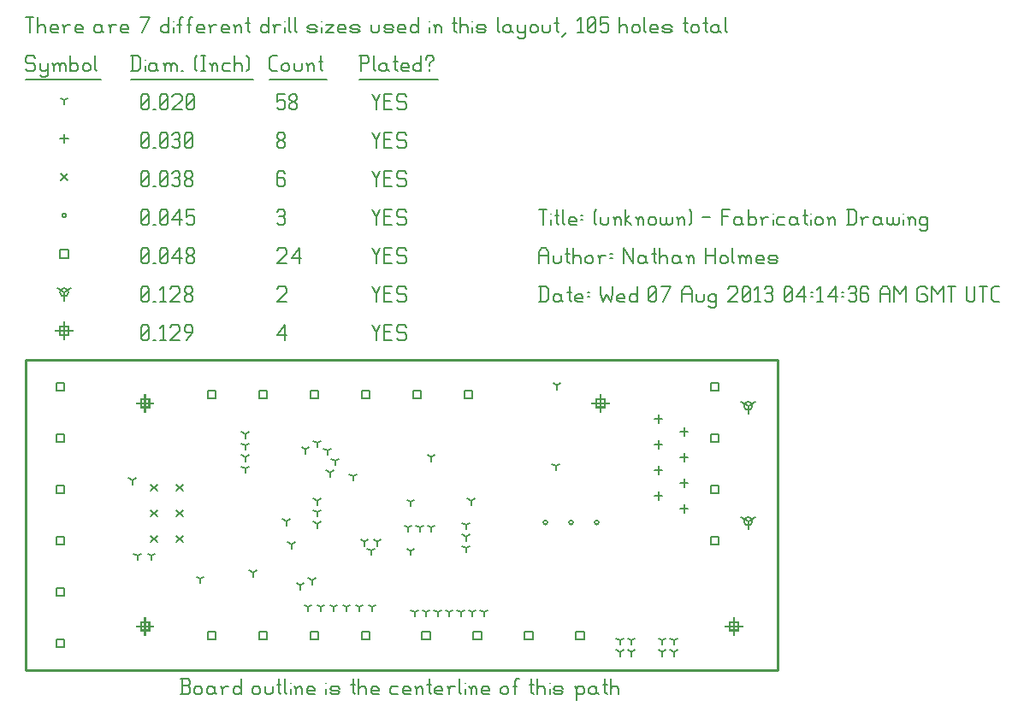
<source format=gbr>
G04 start of page 12 for group -3984 idx -3984 *
G04 Title: (unknown), fab *
G04 Creator: pcb 20110918 *
G04 CreationDate: Wed 07 Aug 2013 04:14:36 AM GMT UTC *
G04 For: ndholmes *
G04 Format: Gerber/RS-274X *
G04 PCB-Dimensions: 293000 121000 *
G04 PCB-Coordinate-Origin: lower left *
%MOIN*%
%FSLAX25Y25*%
%LNFAB*%
%ADD97C,0.0100*%
%ADD96C,0.0075*%
%ADD95C,0.0060*%
%ADD94R,0.0080X0.0080*%
G54D94*X46500Y107200D02*Y100800D01*
X43300Y104000D02*X49700D01*
X44900Y105600D02*X48100D01*
X44900D02*Y102400D01*
X48100D01*
Y105600D02*Y102400D01*
X46500Y20200D02*Y13800D01*
X43300Y17000D02*X49700D01*
X44900Y18600D02*X48100D01*
X44900D02*Y15400D01*
X48100D01*
Y18600D02*Y15400D01*
X276000Y20200D02*Y13800D01*
X272800Y17000D02*X279200D01*
X274400Y18600D02*X277600D01*
X274400D02*Y15400D01*
X277600D01*
Y18600D02*Y15400D01*
X224000Y107200D02*Y100800D01*
X220800Y104000D02*X227200D01*
X222400Y105600D02*X225600D01*
X222400D02*Y102400D01*
X225600D01*
Y105600D02*Y102400D01*
X15000Y135450D02*Y129050D01*
X11800Y132250D02*X18200D01*
X13400Y133850D02*X16600D01*
X13400D02*Y130650D01*
X16600D01*
Y133850D02*Y130650D01*
G54D95*X135000Y134500D02*X136500Y131500D01*
X138000Y134500D01*
X136500Y131500D02*Y128500D01*
X139800Y131800D02*X142050D01*
X139800Y128500D02*X142800D01*
X139800Y134500D02*Y128500D01*
Y134500D02*X142800D01*
X147600D02*X148350Y133750D01*
X145350Y134500D02*X147600D01*
X144600Y133750D02*X145350Y134500D01*
X144600Y133750D02*Y132250D01*
X145350Y131500D01*
X147600D01*
X148350Y130750D01*
Y129250D01*
X147600Y128500D02*X148350Y129250D01*
X145350Y128500D02*X147600D01*
X144600Y129250D02*X145350Y128500D01*
X98000Y130750D02*X101000Y134500D01*
X98000Y130750D02*X101750D01*
X101000Y134500D02*Y128500D01*
X45000Y129250D02*X45750Y128500D01*
X45000Y133750D02*Y129250D01*
Y133750D02*X45750Y134500D01*
X47250D01*
X48000Y133750D01*
Y129250D01*
X47250Y128500D02*X48000Y129250D01*
X45750Y128500D02*X47250D01*
X45000Y130000D02*X48000Y133000D01*
X49800Y128500D02*X50550D01*
X52350Y133300D02*X53550Y134500D01*
Y128500D01*
X52350D02*X54600D01*
X56400Y133750D02*X57150Y134500D01*
X59400D01*
X60150Y133750D01*
Y132250D01*
X56400Y128500D02*X60150Y132250D01*
X56400Y128500D02*X60150D01*
X62700D02*X64950Y131500D01*
Y133750D02*Y131500D01*
X64200Y134500D02*X64950Y133750D01*
X62700Y134500D02*X64200D01*
X61950Y133750D02*X62700Y134500D01*
X61950Y133750D02*Y132250D01*
X62700Y131500D01*
X64950D01*
X281500Y58000D02*Y54800D01*
Y58000D02*X284273Y59600D01*
X281500Y58000D02*X278727Y59600D01*
X279900Y58000D02*G75*G03X283100Y58000I1600J0D01*G01*
G75*G03X279900Y58000I-1600J0D01*G01*
X281500Y103000D02*Y99800D01*
Y103000D02*X284273Y104600D01*
X281500Y103000D02*X278727Y104600D01*
X279900Y103000D02*G75*G03X283100Y103000I1600J0D01*G01*
G75*G03X279900Y103000I-1600J0D01*G01*
X15000Y147250D02*Y144050D01*
Y147250D02*X17773Y148850D01*
X15000Y147250D02*X12227Y148850D01*
X13400Y147250D02*G75*G03X16600Y147250I1600J0D01*G01*
G75*G03X13400Y147250I-1600J0D01*G01*
X135000Y149500D02*X136500Y146500D01*
X138000Y149500D01*
X136500Y146500D02*Y143500D01*
X139800Y146800D02*X142050D01*
X139800Y143500D02*X142800D01*
X139800Y149500D02*Y143500D01*
Y149500D02*X142800D01*
X147600D02*X148350Y148750D01*
X145350Y149500D02*X147600D01*
X144600Y148750D02*X145350Y149500D01*
X144600Y148750D02*Y147250D01*
X145350Y146500D01*
X147600D01*
X148350Y145750D01*
Y144250D01*
X147600Y143500D02*X148350Y144250D01*
X145350Y143500D02*X147600D01*
X144600Y144250D02*X145350Y143500D01*
X98000Y148750D02*X98750Y149500D01*
X101000D01*
X101750Y148750D01*
Y147250D01*
X98000Y143500D02*X101750Y147250D01*
X98000Y143500D02*X101750D01*
X45000Y144250D02*X45750Y143500D01*
X45000Y148750D02*Y144250D01*
Y148750D02*X45750Y149500D01*
X47250D01*
X48000Y148750D01*
Y144250D01*
X47250Y143500D02*X48000Y144250D01*
X45750Y143500D02*X47250D01*
X45000Y145000D02*X48000Y148000D01*
X49800Y143500D02*X50550D01*
X52350Y148300D02*X53550Y149500D01*
Y143500D01*
X52350D02*X54600D01*
X56400Y148750D02*X57150Y149500D01*
X59400D01*
X60150Y148750D01*
Y147250D01*
X56400Y143500D02*X60150Y147250D01*
X56400Y143500D02*X60150D01*
X61950Y144250D02*X62700Y143500D01*
X61950Y145450D02*Y144250D01*
Y145450D02*X63000Y146500D01*
X63900D01*
X64950Y145450D01*
Y144250D01*
X64200Y143500D02*X64950Y144250D01*
X62700Y143500D02*X64200D01*
X61950Y147550D02*X63000Y146500D01*
X61950Y148750D02*Y147550D01*
Y148750D02*X62700Y149500D01*
X64200D01*
X64950Y148750D01*
Y147550D01*
X63900Y146500D02*X64950Y147550D01*
X11900Y72100D02*X15100D01*
X11900D02*Y68900D01*
X15100D01*
Y72100D02*Y68900D01*
X11900Y52100D02*X15100D01*
X11900D02*Y48900D01*
X15100D01*
Y52100D02*Y48900D01*
X11900Y112100D02*X15100D01*
X11900D02*Y108900D01*
X15100D01*
Y112100D02*Y108900D01*
X11900Y92100D02*X15100D01*
X11900D02*Y88900D01*
X15100D01*
Y92100D02*Y88900D01*
X11900Y32100D02*X15100D01*
X11900D02*Y28900D01*
X15100D01*
Y32100D02*Y28900D01*
X11900Y12100D02*X15100D01*
X11900D02*Y8900D01*
X15100D01*
Y12100D02*Y8900D01*
X110900Y15100D02*X114100D01*
X110900D02*Y11900D01*
X114100D01*
Y15100D02*Y11900D01*
X130900Y15100D02*X134100D01*
X130900D02*Y11900D01*
X134100D01*
Y15100D02*Y11900D01*
X170900Y109100D02*X174100D01*
X170900D02*Y105900D01*
X174100D01*
Y109100D02*Y105900D01*
X150900Y109100D02*X154100D01*
X150900D02*Y105900D01*
X154100D01*
Y109100D02*Y105900D01*
X130900Y109100D02*X134100D01*
X130900D02*Y105900D01*
X134100D01*
Y109100D02*Y105900D01*
X110900Y109100D02*X114100D01*
X110900D02*Y105900D01*
X114100D01*
Y109100D02*Y105900D01*
X90900Y109100D02*X94100D01*
X90900D02*Y105900D01*
X94100D01*
Y109100D02*Y105900D01*
X70900Y109100D02*X74100D01*
X70900D02*Y105900D01*
X74100D01*
Y109100D02*Y105900D01*
X194400Y15100D02*X197600D01*
X194400D02*Y11900D01*
X197600D01*
Y15100D02*Y11900D01*
X214400Y15100D02*X217600D01*
X214400D02*Y11900D01*
X217600D01*
Y15100D02*Y11900D01*
X154400Y15100D02*X157600D01*
X154400D02*Y11900D01*
X157600D01*
Y15100D02*Y11900D01*
X174400Y15100D02*X177600D01*
X174400D02*Y11900D01*
X177600D01*
Y15100D02*Y11900D01*
X266900Y52100D02*X270100D01*
X266900D02*Y48900D01*
X270100D01*
Y52100D02*Y48900D01*
X266900Y72100D02*X270100D01*
X266900D02*Y68900D01*
X270100D01*
Y72100D02*Y68900D01*
X266900Y92100D02*X270100D01*
X266900D02*Y88900D01*
X270100D01*
Y92100D02*Y88900D01*
X266900Y112100D02*X270100D01*
X266900D02*Y108900D01*
X270100D01*
Y112100D02*Y108900D01*
X70900Y15100D02*X74100D01*
X70900D02*Y11900D01*
X74100D01*
Y15100D02*Y11900D01*
X90900Y15100D02*X94100D01*
X90900D02*Y11900D01*
X94100D01*
Y15100D02*Y11900D01*
X13400Y163850D02*X16600D01*
X13400D02*Y160650D01*
X16600D01*
Y163850D02*Y160650D01*
X135000Y164500D02*X136500Y161500D01*
X138000Y164500D01*
X136500Y161500D02*Y158500D01*
X139800Y161800D02*X142050D01*
X139800Y158500D02*X142800D01*
X139800Y164500D02*Y158500D01*
Y164500D02*X142800D01*
X147600D02*X148350Y163750D01*
X145350Y164500D02*X147600D01*
X144600Y163750D02*X145350Y164500D01*
X144600Y163750D02*Y162250D01*
X145350Y161500D01*
X147600D01*
X148350Y160750D01*
Y159250D01*
X147600Y158500D02*X148350Y159250D01*
X145350Y158500D02*X147600D01*
X144600Y159250D02*X145350Y158500D01*
X98000Y163750D02*X98750Y164500D01*
X101000D01*
X101750Y163750D01*
Y162250D01*
X98000Y158500D02*X101750Y162250D01*
X98000Y158500D02*X101750D01*
X103550Y160750D02*X106550Y164500D01*
X103550Y160750D02*X107300D01*
X106550Y164500D02*Y158500D01*
X45000Y159250D02*X45750Y158500D01*
X45000Y163750D02*Y159250D01*
Y163750D02*X45750Y164500D01*
X47250D01*
X48000Y163750D01*
Y159250D01*
X47250Y158500D02*X48000Y159250D01*
X45750Y158500D02*X47250D01*
X45000Y160000D02*X48000Y163000D01*
X49800Y158500D02*X50550D01*
X52350Y159250D02*X53100Y158500D01*
X52350Y163750D02*Y159250D01*
Y163750D02*X53100Y164500D01*
X54600D01*
X55350Y163750D01*
Y159250D01*
X54600Y158500D02*X55350Y159250D01*
X53100Y158500D02*X54600D01*
X52350Y160000D02*X55350Y163000D01*
X57150Y160750D02*X60150Y164500D01*
X57150Y160750D02*X60900D01*
X60150Y164500D02*Y158500D01*
X62700Y159250D02*X63450Y158500D01*
X62700Y160450D02*Y159250D01*
Y160450D02*X63750Y161500D01*
X64650D01*
X65700Y160450D01*
Y159250D01*
X64950Y158500D02*X65700Y159250D01*
X63450Y158500D02*X64950D01*
X62700Y162550D02*X63750Y161500D01*
X62700Y163750D02*Y162550D01*
Y163750D02*X63450Y164500D01*
X64950D01*
X65700Y163750D01*
Y162550D01*
X64650Y161500D02*X65700Y162550D01*
X201700Y57500D02*G75*G03X203300Y57500I800J0D01*G01*
G75*G03X201700Y57500I-800J0D01*G01*
X211700D02*G75*G03X213300Y57500I800J0D01*G01*
G75*G03X211700Y57500I-800J0D01*G01*
X221700D02*G75*G03X223300Y57500I800J0D01*G01*
G75*G03X221700Y57500I-800J0D01*G01*
X14200Y177250D02*G75*G03X15800Y177250I800J0D01*G01*
G75*G03X14200Y177250I-800J0D01*G01*
X135000Y179500D02*X136500Y176500D01*
X138000Y179500D01*
X136500Y176500D02*Y173500D01*
X139800Y176800D02*X142050D01*
X139800Y173500D02*X142800D01*
X139800Y179500D02*Y173500D01*
Y179500D02*X142800D01*
X147600D02*X148350Y178750D01*
X145350Y179500D02*X147600D01*
X144600Y178750D02*X145350Y179500D01*
X144600Y178750D02*Y177250D01*
X145350Y176500D01*
X147600D01*
X148350Y175750D01*
Y174250D01*
X147600Y173500D02*X148350Y174250D01*
X145350Y173500D02*X147600D01*
X144600Y174250D02*X145350Y173500D01*
X98000Y178750D02*X98750Y179500D01*
X100250D01*
X101000Y178750D01*
X100250Y173500D02*X101000Y174250D01*
X98750Y173500D02*X100250D01*
X98000Y174250D02*X98750Y173500D01*
Y176800D02*X100250D01*
X101000Y178750D02*Y177550D01*
Y176050D02*Y174250D01*
Y176050D02*X100250Y176800D01*
X101000Y177550D02*X100250Y176800D01*
X45000Y174250D02*X45750Y173500D01*
X45000Y178750D02*Y174250D01*
Y178750D02*X45750Y179500D01*
X47250D01*
X48000Y178750D01*
Y174250D01*
X47250Y173500D02*X48000Y174250D01*
X45750Y173500D02*X47250D01*
X45000Y175000D02*X48000Y178000D01*
X49800Y173500D02*X50550D01*
X52350Y174250D02*X53100Y173500D01*
X52350Y178750D02*Y174250D01*
Y178750D02*X53100Y179500D01*
X54600D01*
X55350Y178750D01*
Y174250D01*
X54600Y173500D02*X55350Y174250D01*
X53100Y173500D02*X54600D01*
X52350Y175000D02*X55350Y178000D01*
X57150Y175750D02*X60150Y179500D01*
X57150Y175750D02*X60900D01*
X60150Y179500D02*Y173500D01*
X62700Y179500D02*X65700D01*
X62700D02*Y176500D01*
X63450Y177250D01*
X64950D01*
X65700Y176500D01*
Y174250D01*
X64950Y173500D02*X65700Y174250D01*
X63450Y173500D02*X64950D01*
X62700Y174250D02*X63450Y173500D01*
X48800Y72200D02*X51200Y69800D01*
X48800D02*X51200Y72200D01*
X48800Y62200D02*X51200Y59800D01*
X48800D02*X51200Y62200D01*
X48800Y52200D02*X51200Y49800D01*
X48800D02*X51200Y52200D01*
X58800Y72200D02*X61200Y69800D01*
X58800D02*X61200Y72200D01*
X58800Y62200D02*X61200Y59800D01*
X58800D02*X61200Y62200D01*
X58800Y52200D02*X61200Y49800D01*
X58800D02*X61200Y52200D01*
X13800Y193450D02*X16200Y191050D01*
X13800D02*X16200Y193450D01*
X135000Y194500D02*X136500Y191500D01*
X138000Y194500D01*
X136500Y191500D02*Y188500D01*
X139800Y191800D02*X142050D01*
X139800Y188500D02*X142800D01*
X139800Y194500D02*Y188500D01*
Y194500D02*X142800D01*
X147600D02*X148350Y193750D01*
X145350Y194500D02*X147600D01*
X144600Y193750D02*X145350Y194500D01*
X144600Y193750D02*Y192250D01*
X145350Y191500D01*
X147600D01*
X148350Y190750D01*
Y189250D01*
X147600Y188500D02*X148350Y189250D01*
X145350Y188500D02*X147600D01*
X144600Y189250D02*X145350Y188500D01*
X100250Y194500D02*X101000Y193750D01*
X98750Y194500D02*X100250D01*
X98000Y193750D02*X98750Y194500D01*
X98000Y193750D02*Y189250D01*
X98750Y188500D01*
X100250Y191800D02*X101000Y191050D01*
X98000Y191800D02*X100250D01*
X98750Y188500D02*X100250D01*
X101000Y189250D01*
Y191050D02*Y189250D01*
X45000D02*X45750Y188500D01*
X45000Y193750D02*Y189250D01*
Y193750D02*X45750Y194500D01*
X47250D01*
X48000Y193750D01*
Y189250D01*
X47250Y188500D02*X48000Y189250D01*
X45750Y188500D02*X47250D01*
X45000Y190000D02*X48000Y193000D01*
X49800Y188500D02*X50550D01*
X52350Y189250D02*X53100Y188500D01*
X52350Y193750D02*Y189250D01*
Y193750D02*X53100Y194500D01*
X54600D01*
X55350Y193750D01*
Y189250D01*
X54600Y188500D02*X55350Y189250D01*
X53100Y188500D02*X54600D01*
X52350Y190000D02*X55350Y193000D01*
X57150Y193750D02*X57900Y194500D01*
X59400D01*
X60150Y193750D01*
X59400Y188500D02*X60150Y189250D01*
X57900Y188500D02*X59400D01*
X57150Y189250D02*X57900Y188500D01*
Y191800D02*X59400D01*
X60150Y193750D02*Y192550D01*
Y191050D02*Y189250D01*
Y191050D02*X59400Y191800D01*
X60150Y192550D02*X59400Y191800D01*
X61950Y189250D02*X62700Y188500D01*
X61950Y190450D02*Y189250D01*
Y190450D02*X63000Y191500D01*
X63900D01*
X64950Y190450D01*
Y189250D01*
X64200Y188500D02*X64950Y189250D01*
X62700Y188500D02*X64200D01*
X61950Y192550D02*X63000Y191500D01*
X61950Y193750D02*Y192550D01*
Y193750D02*X62700Y194500D01*
X64200D01*
X64950Y193750D01*
Y192550D01*
X63900Y191500D02*X64950Y192550D01*
X256500Y64600D02*Y61400D01*
X254900Y63000D02*X258100D01*
X246500Y69600D02*Y66400D01*
X244900Y68000D02*X248100D01*
X256500Y74600D02*Y71400D01*
X254900Y73000D02*X258100D01*
X246500Y79600D02*Y76400D01*
X244900Y78000D02*X248100D01*
X256500Y84600D02*Y81400D01*
X254900Y83000D02*X258100D01*
X246500Y89600D02*Y86400D01*
X244900Y88000D02*X248100D01*
X256500Y94600D02*Y91400D01*
X254900Y93000D02*X258100D01*
X246500Y99600D02*Y96400D01*
X244900Y98000D02*X248100D01*
X15000Y208850D02*Y205650D01*
X13400Y207250D02*X16600D01*
X135000Y209500D02*X136500Y206500D01*
X138000Y209500D01*
X136500Y206500D02*Y203500D01*
X139800Y206800D02*X142050D01*
X139800Y203500D02*X142800D01*
X139800Y209500D02*Y203500D01*
Y209500D02*X142800D01*
X147600D02*X148350Y208750D01*
X145350Y209500D02*X147600D01*
X144600Y208750D02*X145350Y209500D01*
X144600Y208750D02*Y207250D01*
X145350Y206500D01*
X147600D01*
X148350Y205750D01*
Y204250D01*
X147600Y203500D02*X148350Y204250D01*
X145350Y203500D02*X147600D01*
X144600Y204250D02*X145350Y203500D01*
X98000Y204250D02*X98750Y203500D01*
X98000Y205450D02*Y204250D01*
Y205450D02*X99050Y206500D01*
X99950D01*
X101000Y205450D01*
Y204250D01*
X100250Y203500D02*X101000Y204250D01*
X98750Y203500D02*X100250D01*
X98000Y207550D02*X99050Y206500D01*
X98000Y208750D02*Y207550D01*
Y208750D02*X98750Y209500D01*
X100250D01*
X101000Y208750D01*
Y207550D01*
X99950Y206500D02*X101000Y207550D01*
X45000Y204250D02*X45750Y203500D01*
X45000Y208750D02*Y204250D01*
Y208750D02*X45750Y209500D01*
X47250D01*
X48000Y208750D01*
Y204250D01*
X47250Y203500D02*X48000Y204250D01*
X45750Y203500D02*X47250D01*
X45000Y205000D02*X48000Y208000D01*
X49800Y203500D02*X50550D01*
X52350Y204250D02*X53100Y203500D01*
X52350Y208750D02*Y204250D01*
Y208750D02*X53100Y209500D01*
X54600D01*
X55350Y208750D01*
Y204250D01*
X54600Y203500D02*X55350Y204250D01*
X53100Y203500D02*X54600D01*
X52350Y205000D02*X55350Y208000D01*
X57150Y208750D02*X57900Y209500D01*
X59400D01*
X60150Y208750D01*
X59400Y203500D02*X60150Y204250D01*
X57900Y203500D02*X59400D01*
X57150Y204250D02*X57900Y203500D01*
Y206800D02*X59400D01*
X60150Y208750D02*Y207550D01*
Y206050D02*Y204250D01*
Y206050D02*X59400Y206800D01*
X60150Y207550D02*X59400Y206800D01*
X61950Y204250D02*X62700Y203500D01*
X61950Y208750D02*Y204250D01*
Y208750D02*X62700Y209500D01*
X64200D01*
X64950Y208750D01*
Y204250D01*
X64200Y203500D02*X64950Y204250D01*
X62700Y203500D02*X64200D01*
X61950Y205000D02*X64950Y208000D01*
X150000Y46394D02*Y44794D01*
Y46394D02*X151387Y47194D01*
X150000Y46394D02*X148613Y47194D01*
X150000Y65606D02*Y64006D01*
Y65606D02*X151387Y66406D01*
X150000Y65606D02*X148613Y66406D01*
X252500Y11500D02*Y9900D01*
Y11500D02*X253887Y12300D01*
X252500Y11500D02*X251113Y12300D01*
X252500Y7000D02*Y5400D01*
Y7000D02*X253887Y7800D01*
X252500Y7000D02*X251113Y7800D01*
X248000Y11500D02*Y9900D01*
Y11500D02*X249387Y12300D01*
X248000Y11500D02*X246613Y12300D01*
X248000Y7000D02*Y5400D01*
Y7000D02*X249387Y7800D01*
X248000Y7000D02*X246613Y7800D01*
X236000Y11500D02*Y9900D01*
Y11500D02*X237387Y12300D01*
X236000Y11500D02*X234613Y12300D01*
X236000Y7000D02*Y5400D01*
Y7000D02*X237387Y7800D01*
X236000Y7000D02*X234613Y7800D01*
X231500Y11500D02*Y9900D01*
Y11500D02*X232887Y12300D01*
X231500Y11500D02*X230113Y12300D01*
X231500Y7000D02*Y5400D01*
Y7000D02*X232887Y7800D01*
X231500Y7000D02*X230113Y7800D01*
X206500Y79500D02*Y77900D01*
Y79500D02*X207887Y80300D01*
X206500Y79500D02*X205113Y80300D01*
X207000Y111000D02*Y109400D01*
Y111000D02*X208387Y111800D01*
X207000Y111000D02*X205613Y111800D01*
X171500Y56500D02*Y54900D01*
Y56500D02*X172887Y57300D01*
X171500Y56500D02*X170113Y57300D01*
X171500Y52000D02*Y50400D01*
Y52000D02*X172887Y52800D01*
X171500Y52000D02*X170113Y52800D01*
X171500Y47500D02*Y45900D01*
Y47500D02*X172887Y48300D01*
X171500Y47500D02*X170113Y48300D01*
X149000Y55500D02*Y53900D01*
Y55500D02*X150387Y56300D01*
X149000Y55500D02*X147613Y56300D01*
X153500Y55500D02*Y53900D01*
Y55500D02*X154887Y56300D01*
X153500Y55500D02*X152113Y56300D01*
X158000Y55500D02*Y53900D01*
Y55500D02*X159387Y56300D01*
X158000Y55500D02*X156613Y56300D01*
X132000Y50000D02*Y48400D01*
Y50000D02*X133387Y50800D01*
X132000Y50000D02*X130613Y50800D01*
X151500Y22500D02*Y20900D01*
Y22500D02*X152887Y23300D01*
X151500Y22500D02*X150113Y23300D01*
X156000Y22500D02*Y20900D01*
Y22500D02*X157387Y23300D01*
X156000Y22500D02*X154613Y23300D01*
X160500Y22500D02*Y20900D01*
Y22500D02*X161887Y23300D01*
X160500Y22500D02*X159113Y23300D01*
X165000Y22500D02*Y20900D01*
Y22500D02*X166387Y23300D01*
X165000Y22500D02*X163613Y23300D01*
X169500Y22500D02*Y20900D01*
Y22500D02*X170887Y23300D01*
X169500Y22500D02*X168113Y23300D01*
X174000Y22500D02*Y20900D01*
Y22500D02*X175387Y23300D01*
X174000Y22500D02*X172613Y23300D01*
X178500Y22500D02*Y20900D01*
Y22500D02*X179887Y23300D01*
X178500Y22500D02*X177113Y23300D01*
X120500Y81500D02*Y79900D01*
Y81500D02*X121887Y82300D01*
X120500Y81500D02*X119113Y82300D01*
X68000Y35500D02*Y33900D01*
Y35500D02*X69387Y36300D01*
X68000Y35500D02*X66613Y36300D01*
X85500Y78500D02*Y76900D01*
Y78500D02*X86887Y79300D01*
X85500Y78500D02*X84113Y79300D01*
X85500Y83000D02*Y81400D01*
Y83000D02*X86887Y83800D01*
X85500Y83000D02*X84113Y83800D01*
X85500Y87500D02*Y85900D01*
Y87500D02*X86887Y88300D01*
X85500Y87500D02*X84113Y88300D01*
X85500Y92000D02*Y90400D01*
Y92000D02*X86887Y92800D01*
X85500Y92000D02*X84113Y92800D01*
X41500Y74000D02*Y72400D01*
Y74000D02*X42887Y74800D01*
X41500Y74000D02*X40113Y74800D01*
X137000Y50000D02*Y48400D01*
Y50000D02*X138387Y50800D01*
X137000Y50000D02*X135613Y50800D01*
X134500Y46500D02*Y44900D01*
Y46500D02*X135887Y47300D01*
X134500Y46500D02*X133113Y47300D01*
X110000Y24500D02*Y22900D01*
Y24500D02*X111387Y25300D01*
X110000Y24500D02*X108613Y25300D01*
X115000Y24500D02*Y22900D01*
Y24500D02*X116387Y25300D01*
X115000Y24500D02*X113613Y25300D01*
X120000Y24500D02*Y22900D01*
Y24500D02*X121387Y25300D01*
X120000Y24500D02*X118613Y25300D01*
X125000Y24500D02*Y22900D01*
Y24500D02*X126387Y25300D01*
X125000Y24500D02*X123613Y25300D01*
X130000Y24500D02*Y22900D01*
Y24500D02*X131387Y25300D01*
X130000Y24500D02*X128613Y25300D01*
X135000Y24500D02*Y22900D01*
Y24500D02*X136387Y25300D01*
X135000Y24500D02*X133613Y25300D01*
X158000Y83000D02*Y81400D01*
Y83000D02*X159387Y83800D01*
X158000Y83000D02*X156613Y83800D01*
X173500Y66000D02*Y64400D01*
Y66000D02*X174887Y66800D01*
X173500Y66000D02*X172113Y66800D01*
X117500Y85500D02*Y83900D01*
Y85500D02*X118887Y86300D01*
X117500Y85500D02*X116113Y86300D01*
X109000Y86000D02*Y84400D01*
Y86000D02*X110387Y86800D01*
X109000Y86000D02*X107613Y86800D01*
X113500Y88500D02*Y86900D01*
Y88500D02*X114887Y89300D01*
X113500Y88500D02*X112113Y89300D01*
X43500Y44500D02*Y42900D01*
Y44500D02*X44887Y45300D01*
X43500Y44500D02*X42113Y45300D01*
X49000Y44500D02*Y42900D01*
Y44500D02*X50387Y45300D01*
X49000Y44500D02*X47613Y45300D01*
X88500Y38000D02*Y36400D01*
Y38000D02*X89887Y38800D01*
X88500Y38000D02*X87113Y38800D01*
X118500Y77000D02*Y75400D01*
Y77000D02*X119887Y77800D01*
X118500Y77000D02*X117113Y77800D01*
X111500Y35000D02*Y33400D01*
Y35000D02*X112887Y35800D01*
X111500Y35000D02*X110113Y35800D01*
X107000Y33000D02*Y31400D01*
Y33000D02*X108387Y33800D01*
X107000Y33000D02*X105613Y33800D01*
X103500Y49000D02*Y47400D01*
Y49000D02*X104887Y49800D01*
X103500Y49000D02*X102113Y49800D01*
X127500Y75500D02*Y73900D01*
Y75500D02*X128887Y76300D01*
X127500Y75500D02*X126113Y76300D01*
X113500Y66000D02*Y64400D01*
Y66000D02*X114887Y66800D01*
X113500Y66000D02*X112113Y66800D01*
X113500Y61500D02*Y59900D01*
Y61500D02*X114887Y62300D01*
X113500Y61500D02*X112113Y62300D01*
X113500Y57000D02*Y55400D01*
Y57000D02*X114887Y57800D01*
X113500Y57000D02*X112113Y57800D01*
X101500Y58000D02*Y56400D01*
Y58000D02*X102887Y58800D01*
X101500Y58000D02*X100113Y58800D01*
X15000Y222250D02*Y220650D01*
Y222250D02*X16387Y223050D01*
X15000Y222250D02*X13613Y223050D01*
X135000Y224500D02*X136500Y221500D01*
X138000Y224500D01*
X136500Y221500D02*Y218500D01*
X139800Y221800D02*X142050D01*
X139800Y218500D02*X142800D01*
X139800Y224500D02*Y218500D01*
Y224500D02*X142800D01*
X147600D02*X148350Y223750D01*
X145350Y224500D02*X147600D01*
X144600Y223750D02*X145350Y224500D01*
X144600Y223750D02*Y222250D01*
X145350Y221500D01*
X147600D01*
X148350Y220750D01*
Y219250D01*
X147600Y218500D02*X148350Y219250D01*
X145350Y218500D02*X147600D01*
X144600Y219250D02*X145350Y218500D01*
X98000Y224500D02*X101000D01*
X98000D02*Y221500D01*
X98750Y222250D01*
X100250D01*
X101000Y221500D01*
Y219250D01*
X100250Y218500D02*X101000Y219250D01*
X98750Y218500D02*X100250D01*
X98000Y219250D02*X98750Y218500D01*
X102800Y219250D02*X103550Y218500D01*
X102800Y220450D02*Y219250D01*
Y220450D02*X103850Y221500D01*
X104750D01*
X105800Y220450D01*
Y219250D01*
X105050Y218500D02*X105800Y219250D01*
X103550Y218500D02*X105050D01*
X102800Y222550D02*X103850Y221500D01*
X102800Y223750D02*Y222550D01*
Y223750D02*X103550Y224500D01*
X105050D01*
X105800Y223750D01*
Y222550D01*
X104750Y221500D02*X105800Y222550D01*
X45000Y219250D02*X45750Y218500D01*
X45000Y223750D02*Y219250D01*
Y223750D02*X45750Y224500D01*
X47250D01*
X48000Y223750D01*
Y219250D01*
X47250Y218500D02*X48000Y219250D01*
X45750Y218500D02*X47250D01*
X45000Y220000D02*X48000Y223000D01*
X49800Y218500D02*X50550D01*
X52350Y219250D02*X53100Y218500D01*
X52350Y223750D02*Y219250D01*
Y223750D02*X53100Y224500D01*
X54600D01*
X55350Y223750D01*
Y219250D01*
X54600Y218500D02*X55350Y219250D01*
X53100Y218500D02*X54600D01*
X52350Y220000D02*X55350Y223000D01*
X57150Y223750D02*X57900Y224500D01*
X60150D01*
X60900Y223750D01*
Y222250D01*
X57150Y218500D02*X60900Y222250D01*
X57150Y218500D02*X60900D01*
X62700Y219250D02*X63450Y218500D01*
X62700Y223750D02*Y219250D01*
Y223750D02*X63450Y224500D01*
X64950D01*
X65700Y223750D01*
Y219250D01*
X64950Y218500D02*X65700Y219250D01*
X63450Y218500D02*X64950D01*
X62700Y220000D02*X65700Y223000D01*
X3000Y239500D02*X3750Y238750D01*
X750Y239500D02*X3000D01*
X0Y238750D02*X750Y239500D01*
X0Y238750D02*Y237250D01*
X750Y236500D01*
X3000D01*
X3750Y235750D01*
Y234250D01*
X3000Y233500D02*X3750Y234250D01*
X750Y233500D02*X3000D01*
X0Y234250D02*X750Y233500D01*
X5550Y236500D02*Y234250D01*
X6300Y233500D01*
X8550Y236500D02*Y232000D01*
X7800Y231250D02*X8550Y232000D01*
X6300Y231250D02*X7800D01*
X5550Y232000D02*X6300Y231250D01*
Y233500D02*X7800D01*
X8550Y234250D01*
X11100Y235750D02*Y233500D01*
Y235750D02*X11850Y236500D01*
X12600D01*
X13350Y235750D01*
Y233500D01*
Y235750D02*X14100Y236500D01*
X14850D01*
X15600Y235750D01*
Y233500D01*
X10350Y236500D02*X11100Y235750D01*
X17400Y239500D02*Y233500D01*
Y234250D02*X18150Y233500D01*
X19650D01*
X20400Y234250D01*
Y235750D02*Y234250D01*
X19650Y236500D02*X20400Y235750D01*
X18150Y236500D02*X19650D01*
X17400Y235750D02*X18150Y236500D01*
X22200Y235750D02*Y234250D01*
Y235750D02*X22950Y236500D01*
X24450D01*
X25200Y235750D01*
Y234250D01*
X24450Y233500D02*X25200Y234250D01*
X22950Y233500D02*X24450D01*
X22200Y234250D02*X22950Y233500D01*
X27000Y239500D02*Y234250D01*
X27750Y233500D01*
X0Y230250D02*X29250D01*
X41750Y239500D02*Y233500D01*
X43700Y239500D02*X44750Y238450D01*
Y234550D01*
X43700Y233500D02*X44750Y234550D01*
X41000Y233500D02*X43700D01*
X41000Y239500D02*X43700D01*
G54D96*X46550Y238000D02*Y237850D01*
G54D95*Y235750D02*Y233500D01*
X50300Y236500D02*X51050Y235750D01*
X48800Y236500D02*X50300D01*
X48050Y235750D02*X48800Y236500D01*
X48050Y235750D02*Y234250D01*
X48800Y233500D01*
X51050Y236500D02*Y234250D01*
X51800Y233500D01*
X48800D02*X50300D01*
X51050Y234250D01*
X54350Y235750D02*Y233500D01*
Y235750D02*X55100Y236500D01*
X55850D01*
X56600Y235750D01*
Y233500D01*
Y235750D02*X57350Y236500D01*
X58100D01*
X58850Y235750D01*
Y233500D01*
X53600Y236500D02*X54350Y235750D01*
X60650Y233500D02*X61400D01*
X65900Y234250D02*X66650Y233500D01*
X65900Y238750D02*X66650Y239500D01*
X65900Y238750D02*Y234250D01*
X68450Y239500D02*X69950D01*
X69200D02*Y233500D01*
X68450D02*X69950D01*
X72500Y235750D02*Y233500D01*
Y235750D02*X73250Y236500D01*
X74000D01*
X74750Y235750D01*
Y233500D01*
X71750Y236500D02*X72500Y235750D01*
X77300Y236500D02*X79550D01*
X76550Y235750D02*X77300Y236500D01*
X76550Y235750D02*Y234250D01*
X77300Y233500D01*
X79550D01*
X81350Y239500D02*Y233500D01*
Y235750D02*X82100Y236500D01*
X83600D01*
X84350Y235750D01*
Y233500D01*
X86150Y239500D02*X86900Y238750D01*
Y234250D01*
X86150Y233500D02*X86900Y234250D01*
X41000Y230250D02*X88700D01*
X96050Y233500D02*X98000D01*
X95000Y234550D02*X96050Y233500D01*
X95000Y238450D02*Y234550D01*
Y238450D02*X96050Y239500D01*
X98000D01*
X99800Y235750D02*Y234250D01*
Y235750D02*X100550Y236500D01*
X102050D01*
X102800Y235750D01*
Y234250D01*
X102050Y233500D02*X102800Y234250D01*
X100550Y233500D02*X102050D01*
X99800Y234250D02*X100550Y233500D01*
X104600Y236500D02*Y234250D01*
X105350Y233500D01*
X106850D01*
X107600Y234250D01*
Y236500D02*Y234250D01*
X110150Y235750D02*Y233500D01*
Y235750D02*X110900Y236500D01*
X111650D01*
X112400Y235750D01*
Y233500D01*
X109400Y236500D02*X110150Y235750D01*
X114950Y239500D02*Y234250D01*
X115700Y233500D01*
X114200Y237250D02*X115700D01*
X95000Y230250D02*X117200D01*
X130750Y239500D02*Y233500D01*
X130000Y239500D02*X133000D01*
X133750Y238750D01*
Y237250D01*
X133000Y236500D02*X133750Y237250D01*
X130750Y236500D02*X133000D01*
X135550Y239500D02*Y234250D01*
X136300Y233500D01*
X140050Y236500D02*X140800Y235750D01*
X138550Y236500D02*X140050D01*
X137800Y235750D02*X138550Y236500D01*
X137800Y235750D02*Y234250D01*
X138550Y233500D01*
X140800Y236500D02*Y234250D01*
X141550Y233500D01*
X138550D02*X140050D01*
X140800Y234250D01*
X144100Y239500D02*Y234250D01*
X144850Y233500D01*
X143350Y237250D02*X144850D01*
X147100Y233500D02*X149350D01*
X146350Y234250D02*X147100Y233500D01*
X146350Y235750D02*Y234250D01*
Y235750D02*X147100Y236500D01*
X148600D01*
X149350Y235750D01*
X146350Y235000D02*X149350D01*
Y235750D02*Y235000D01*
X154150Y239500D02*Y233500D01*
X153400D02*X154150Y234250D01*
X151900Y233500D02*X153400D01*
X151150Y234250D02*X151900Y233500D01*
X151150Y235750D02*Y234250D01*
Y235750D02*X151900Y236500D01*
X153400D01*
X154150Y235750D01*
X157450Y236500D02*Y235750D01*
Y234250D02*Y233500D01*
X155950Y238750D02*Y238000D01*
Y238750D02*X156700Y239500D01*
X158200D01*
X158950Y238750D01*
Y238000D01*
X157450Y236500D02*X158950Y238000D01*
X130000Y230250D02*X160750D01*
X0Y254500D02*X3000D01*
X1500D02*Y248500D01*
X4800Y254500D02*Y248500D01*
Y250750D02*X5550Y251500D01*
X7050D01*
X7800Y250750D01*
Y248500D01*
X10350D02*X12600D01*
X9600Y249250D02*X10350Y248500D01*
X9600Y250750D02*Y249250D01*
Y250750D02*X10350Y251500D01*
X11850D01*
X12600Y250750D01*
X9600Y250000D02*X12600D01*
Y250750D02*Y250000D01*
X15150Y250750D02*Y248500D01*
Y250750D02*X15900Y251500D01*
X17400D01*
X14400D02*X15150Y250750D01*
X19950Y248500D02*X22200D01*
X19200Y249250D02*X19950Y248500D01*
X19200Y250750D02*Y249250D01*
Y250750D02*X19950Y251500D01*
X21450D01*
X22200Y250750D01*
X19200Y250000D02*X22200D01*
Y250750D02*Y250000D01*
X28950Y251500D02*X29700Y250750D01*
X27450Y251500D02*X28950D01*
X26700Y250750D02*X27450Y251500D01*
X26700Y250750D02*Y249250D01*
X27450Y248500D01*
X29700Y251500D02*Y249250D01*
X30450Y248500D01*
X27450D02*X28950D01*
X29700Y249250D01*
X33000Y250750D02*Y248500D01*
Y250750D02*X33750Y251500D01*
X35250D01*
X32250D02*X33000Y250750D01*
X37800Y248500D02*X40050D01*
X37050Y249250D02*X37800Y248500D01*
X37050Y250750D02*Y249250D01*
Y250750D02*X37800Y251500D01*
X39300D01*
X40050Y250750D01*
X37050Y250000D02*X40050D01*
Y250750D02*Y250000D01*
X45300Y248500D02*X48300Y254500D01*
X44550D02*X48300D01*
X55800D02*Y248500D01*
X55050D02*X55800Y249250D01*
X53550Y248500D02*X55050D01*
X52800Y249250D02*X53550Y248500D01*
X52800Y250750D02*Y249250D01*
Y250750D02*X53550Y251500D01*
X55050D01*
X55800Y250750D01*
G54D96*X57600Y253000D02*Y252850D01*
G54D95*Y250750D02*Y248500D01*
X59850Y253750D02*Y248500D01*
Y253750D02*X60600Y254500D01*
X61350D01*
X59100Y251500D02*X60600D01*
X63600Y253750D02*Y248500D01*
Y253750D02*X64350Y254500D01*
X65100D01*
X62850Y251500D02*X64350D01*
X67350Y248500D02*X69600D01*
X66600Y249250D02*X67350Y248500D01*
X66600Y250750D02*Y249250D01*
Y250750D02*X67350Y251500D01*
X68850D01*
X69600Y250750D01*
X66600Y250000D02*X69600D01*
Y250750D02*Y250000D01*
X72150Y250750D02*Y248500D01*
Y250750D02*X72900Y251500D01*
X74400D01*
X71400D02*X72150Y250750D01*
X76950Y248500D02*X79200D01*
X76200Y249250D02*X76950Y248500D01*
X76200Y250750D02*Y249250D01*
Y250750D02*X76950Y251500D01*
X78450D01*
X79200Y250750D01*
X76200Y250000D02*X79200D01*
Y250750D02*Y250000D01*
X81750Y250750D02*Y248500D01*
Y250750D02*X82500Y251500D01*
X83250D01*
X84000Y250750D01*
Y248500D01*
X81000Y251500D02*X81750Y250750D01*
X86550Y254500D02*Y249250D01*
X87300Y248500D01*
X85800Y252250D02*X87300D01*
X94500Y254500D02*Y248500D01*
X93750D02*X94500Y249250D01*
X92250Y248500D02*X93750D01*
X91500Y249250D02*X92250Y248500D01*
X91500Y250750D02*Y249250D01*
Y250750D02*X92250Y251500D01*
X93750D01*
X94500Y250750D01*
X97050D02*Y248500D01*
Y250750D02*X97800Y251500D01*
X99300D01*
X96300D02*X97050Y250750D01*
G54D96*X101100Y253000D02*Y252850D01*
G54D95*Y250750D02*Y248500D01*
X102600Y254500D02*Y249250D01*
X103350Y248500D01*
X104850Y254500D02*Y249250D01*
X105600Y248500D01*
X110550D02*X112800D01*
X113550Y249250D01*
X112800Y250000D02*X113550Y249250D01*
X110550Y250000D02*X112800D01*
X109800Y250750D02*X110550Y250000D01*
X109800Y250750D02*X110550Y251500D01*
X112800D01*
X113550Y250750D01*
X109800Y249250D02*X110550Y248500D01*
G54D96*X115350Y253000D02*Y252850D01*
G54D95*Y250750D02*Y248500D01*
X116850Y251500D02*X119850D01*
X116850Y248500D02*X119850Y251500D01*
X116850Y248500D02*X119850D01*
X122400D02*X124650D01*
X121650Y249250D02*X122400Y248500D01*
X121650Y250750D02*Y249250D01*
Y250750D02*X122400Y251500D01*
X123900D01*
X124650Y250750D01*
X121650Y250000D02*X124650D01*
Y250750D02*Y250000D01*
X127200Y248500D02*X129450D01*
X130200Y249250D01*
X129450Y250000D02*X130200Y249250D01*
X127200Y250000D02*X129450D01*
X126450Y250750D02*X127200Y250000D01*
X126450Y250750D02*X127200Y251500D01*
X129450D01*
X130200Y250750D01*
X126450Y249250D02*X127200Y248500D01*
X134700Y251500D02*Y249250D01*
X135450Y248500D01*
X136950D01*
X137700Y249250D01*
Y251500D02*Y249250D01*
X140250Y248500D02*X142500D01*
X143250Y249250D01*
X142500Y250000D02*X143250Y249250D01*
X140250Y250000D02*X142500D01*
X139500Y250750D02*X140250Y250000D01*
X139500Y250750D02*X140250Y251500D01*
X142500D01*
X143250Y250750D01*
X139500Y249250D02*X140250Y248500D01*
X145800D02*X148050D01*
X145050Y249250D02*X145800Y248500D01*
X145050Y250750D02*Y249250D01*
Y250750D02*X145800Y251500D01*
X147300D01*
X148050Y250750D01*
X145050Y250000D02*X148050D01*
Y250750D02*Y250000D01*
X152850Y254500D02*Y248500D01*
X152100D02*X152850Y249250D01*
X150600Y248500D02*X152100D01*
X149850Y249250D02*X150600Y248500D01*
X149850Y250750D02*Y249250D01*
Y250750D02*X150600Y251500D01*
X152100D01*
X152850Y250750D01*
G54D96*X157350Y253000D02*Y252850D01*
G54D95*Y250750D02*Y248500D01*
X159600Y250750D02*Y248500D01*
Y250750D02*X160350Y251500D01*
X161100D01*
X161850Y250750D01*
Y248500D01*
X158850Y251500D02*X159600Y250750D01*
X167100Y254500D02*Y249250D01*
X167850Y248500D01*
X166350Y252250D02*X167850D01*
X169350Y254500D02*Y248500D01*
Y250750D02*X170100Y251500D01*
X171600D01*
X172350Y250750D01*
Y248500D01*
G54D96*X174150Y253000D02*Y252850D01*
G54D95*Y250750D02*Y248500D01*
X176400D02*X178650D01*
X179400Y249250D01*
X178650Y250000D02*X179400Y249250D01*
X176400Y250000D02*X178650D01*
X175650Y250750D02*X176400Y250000D01*
X175650Y250750D02*X176400Y251500D01*
X178650D01*
X179400Y250750D01*
X175650Y249250D02*X176400Y248500D01*
X183900Y254500D02*Y249250D01*
X184650Y248500D01*
X188400Y251500D02*X189150Y250750D01*
X186900Y251500D02*X188400D01*
X186150Y250750D02*X186900Y251500D01*
X186150Y250750D02*Y249250D01*
X186900Y248500D01*
X189150Y251500D02*Y249250D01*
X189900Y248500D01*
X186900D02*X188400D01*
X189150Y249250D01*
X191700Y251500D02*Y249250D01*
X192450Y248500D01*
X194700Y251500D02*Y247000D01*
X193950Y246250D02*X194700Y247000D01*
X192450Y246250D02*X193950D01*
X191700Y247000D02*X192450Y246250D01*
Y248500D02*X193950D01*
X194700Y249250D01*
X196500Y250750D02*Y249250D01*
Y250750D02*X197250Y251500D01*
X198750D01*
X199500Y250750D01*
Y249250D01*
X198750Y248500D02*X199500Y249250D01*
X197250Y248500D02*X198750D01*
X196500Y249250D02*X197250Y248500D01*
X201300Y251500D02*Y249250D01*
X202050Y248500D01*
X203550D01*
X204300Y249250D01*
Y251500D02*Y249250D01*
X206850Y254500D02*Y249250D01*
X207600Y248500D01*
X206100Y252250D02*X207600D01*
X209100Y247000D02*X210600Y248500D01*
X215100Y253300D02*X216300Y254500D01*
Y248500D01*
X215100D02*X217350D01*
X219150Y249250D02*X219900Y248500D01*
X219150Y253750D02*Y249250D01*
Y253750D02*X219900Y254500D01*
X221400D01*
X222150Y253750D01*
Y249250D01*
X221400Y248500D02*X222150Y249250D01*
X219900Y248500D02*X221400D01*
X219150Y250000D02*X222150Y253000D01*
X223950Y254500D02*X226950D01*
X223950D02*Y251500D01*
X224700Y252250D01*
X226200D01*
X226950Y251500D01*
Y249250D01*
X226200Y248500D02*X226950Y249250D01*
X224700Y248500D02*X226200D01*
X223950Y249250D02*X224700Y248500D01*
X231450Y254500D02*Y248500D01*
Y250750D02*X232200Y251500D01*
X233700D01*
X234450Y250750D01*
Y248500D01*
X236250Y250750D02*Y249250D01*
Y250750D02*X237000Y251500D01*
X238500D01*
X239250Y250750D01*
Y249250D01*
X238500Y248500D02*X239250Y249250D01*
X237000Y248500D02*X238500D01*
X236250Y249250D02*X237000Y248500D01*
X241050Y254500D02*Y249250D01*
X241800Y248500D01*
X244050D02*X246300D01*
X243300Y249250D02*X244050Y248500D01*
X243300Y250750D02*Y249250D01*
Y250750D02*X244050Y251500D01*
X245550D01*
X246300Y250750D01*
X243300Y250000D02*X246300D01*
Y250750D02*Y250000D01*
X248850Y248500D02*X251100D01*
X251850Y249250D01*
X251100Y250000D02*X251850Y249250D01*
X248850Y250000D02*X251100D01*
X248100Y250750D02*X248850Y250000D01*
X248100Y250750D02*X248850Y251500D01*
X251100D01*
X251850Y250750D01*
X248100Y249250D02*X248850Y248500D01*
X257100Y254500D02*Y249250D01*
X257850Y248500D01*
X256350Y252250D02*X257850D01*
X259350Y250750D02*Y249250D01*
Y250750D02*X260100Y251500D01*
X261600D01*
X262350Y250750D01*
Y249250D01*
X261600Y248500D02*X262350Y249250D01*
X260100Y248500D02*X261600D01*
X259350Y249250D02*X260100Y248500D01*
X264900Y254500D02*Y249250D01*
X265650Y248500D01*
X264150Y252250D02*X265650D01*
X269400Y251500D02*X270150Y250750D01*
X267900Y251500D02*X269400D01*
X267150Y250750D02*X267900Y251500D01*
X267150Y250750D02*Y249250D01*
X267900Y248500D01*
X270150Y251500D02*Y249250D01*
X270900Y248500D01*
X267900D02*X269400D01*
X270150Y249250D01*
X272700Y254500D02*Y249250D01*
X273450Y248500D01*
G54D97*X0Y121000D02*X293000D01*
X0Y0D02*X293000D01*
Y121000D01*
X0D02*Y0D01*
G54D95*X60175Y-9500D02*X63175D01*
X63925Y-8750D01*
Y-6950D02*Y-8750D01*
X63175Y-6200D02*X63925Y-6950D01*
X60925Y-6200D02*X63175D01*
X60925Y-3500D02*Y-9500D01*
X60175Y-3500D02*X63175D01*
X63925Y-4250D01*
Y-5450D01*
X63175Y-6200D02*X63925Y-5450D01*
X65725Y-7250D02*Y-8750D01*
Y-7250D02*X66475Y-6500D01*
X67975D01*
X68725Y-7250D01*
Y-8750D01*
X67975Y-9500D02*X68725Y-8750D01*
X66475Y-9500D02*X67975D01*
X65725Y-8750D02*X66475Y-9500D01*
X72775Y-6500D02*X73525Y-7250D01*
X71275Y-6500D02*X72775D01*
X70525Y-7250D02*X71275Y-6500D01*
X70525Y-7250D02*Y-8750D01*
X71275Y-9500D01*
X73525Y-6500D02*Y-8750D01*
X74275Y-9500D01*
X71275D02*X72775D01*
X73525Y-8750D01*
X76825Y-7250D02*Y-9500D01*
Y-7250D02*X77575Y-6500D01*
X79075D01*
X76075D02*X76825Y-7250D01*
X83875Y-3500D02*Y-9500D01*
X83125D02*X83875Y-8750D01*
X81625Y-9500D02*X83125D01*
X80875Y-8750D02*X81625Y-9500D01*
X80875Y-7250D02*Y-8750D01*
Y-7250D02*X81625Y-6500D01*
X83125D01*
X83875Y-7250D01*
X88375D02*Y-8750D01*
Y-7250D02*X89125Y-6500D01*
X90625D01*
X91375Y-7250D01*
Y-8750D01*
X90625Y-9500D02*X91375Y-8750D01*
X89125Y-9500D02*X90625D01*
X88375Y-8750D02*X89125Y-9500D01*
X93175Y-6500D02*Y-8750D01*
X93925Y-9500D01*
X95425D01*
X96175Y-8750D01*
Y-6500D02*Y-8750D01*
X98725Y-3500D02*Y-8750D01*
X99475Y-9500D01*
X97975Y-5750D02*X99475D01*
X100975Y-3500D02*Y-8750D01*
X101725Y-9500D01*
G54D96*X103225Y-5000D02*Y-5150D01*
G54D95*Y-7250D02*Y-9500D01*
X105475Y-7250D02*Y-9500D01*
Y-7250D02*X106225Y-6500D01*
X106975D01*
X107725Y-7250D01*
Y-9500D01*
X104725Y-6500D02*X105475Y-7250D01*
X110275Y-9500D02*X112525D01*
X109525Y-8750D02*X110275Y-9500D01*
X109525Y-7250D02*Y-8750D01*
Y-7250D02*X110275Y-6500D01*
X111775D01*
X112525Y-7250D01*
X109525Y-8000D02*X112525D01*
Y-7250D02*Y-8000D01*
G54D96*X117025Y-5000D02*Y-5150D01*
G54D95*Y-7250D02*Y-9500D01*
X119275D02*X121525D01*
X122275Y-8750D01*
X121525Y-8000D02*X122275Y-8750D01*
X119275Y-8000D02*X121525D01*
X118525Y-7250D02*X119275Y-8000D01*
X118525Y-7250D02*X119275Y-6500D01*
X121525D01*
X122275Y-7250D01*
X118525Y-8750D02*X119275Y-9500D01*
X127525Y-3500D02*Y-8750D01*
X128275Y-9500D01*
X126775Y-5750D02*X128275D01*
X129775Y-3500D02*Y-9500D01*
Y-7250D02*X130525Y-6500D01*
X132025D01*
X132775Y-7250D01*
Y-9500D01*
X135325D02*X137575D01*
X134575Y-8750D02*X135325Y-9500D01*
X134575Y-7250D02*Y-8750D01*
Y-7250D02*X135325Y-6500D01*
X136825D01*
X137575Y-7250D01*
X134575Y-8000D02*X137575D01*
Y-7250D02*Y-8000D01*
X142825Y-6500D02*X145075D01*
X142075Y-7250D02*X142825Y-6500D01*
X142075Y-7250D02*Y-8750D01*
X142825Y-9500D01*
X145075D01*
X147625D02*X149875D01*
X146875Y-8750D02*X147625Y-9500D01*
X146875Y-7250D02*Y-8750D01*
Y-7250D02*X147625Y-6500D01*
X149125D01*
X149875Y-7250D01*
X146875Y-8000D02*X149875D01*
Y-7250D02*Y-8000D01*
X152425Y-7250D02*Y-9500D01*
Y-7250D02*X153175Y-6500D01*
X153925D01*
X154675Y-7250D01*
Y-9500D01*
X151675Y-6500D02*X152425Y-7250D01*
X157225Y-3500D02*Y-8750D01*
X157975Y-9500D01*
X156475Y-5750D02*X157975D01*
X160225Y-9500D02*X162475D01*
X159475Y-8750D02*X160225Y-9500D01*
X159475Y-7250D02*Y-8750D01*
Y-7250D02*X160225Y-6500D01*
X161725D01*
X162475Y-7250D01*
X159475Y-8000D02*X162475D01*
Y-7250D02*Y-8000D01*
X165025Y-7250D02*Y-9500D01*
Y-7250D02*X165775Y-6500D01*
X167275D01*
X164275D02*X165025Y-7250D01*
X169075Y-3500D02*Y-8750D01*
X169825Y-9500D01*
G54D96*X171325Y-5000D02*Y-5150D01*
G54D95*Y-7250D02*Y-9500D01*
X173575Y-7250D02*Y-9500D01*
Y-7250D02*X174325Y-6500D01*
X175075D01*
X175825Y-7250D01*
Y-9500D01*
X172825Y-6500D02*X173575Y-7250D01*
X178375Y-9500D02*X180625D01*
X177625Y-8750D02*X178375Y-9500D01*
X177625Y-7250D02*Y-8750D01*
Y-7250D02*X178375Y-6500D01*
X179875D01*
X180625Y-7250D01*
X177625Y-8000D02*X180625D01*
Y-7250D02*Y-8000D01*
X185125Y-7250D02*Y-8750D01*
Y-7250D02*X185875Y-6500D01*
X187375D01*
X188125Y-7250D01*
Y-8750D01*
X187375Y-9500D02*X188125Y-8750D01*
X185875Y-9500D02*X187375D01*
X185125Y-8750D02*X185875Y-9500D01*
X190675Y-4250D02*Y-9500D01*
Y-4250D02*X191425Y-3500D01*
X192175D01*
X189925Y-6500D02*X191425D01*
X197125Y-3500D02*Y-8750D01*
X197875Y-9500D01*
X196375Y-5750D02*X197875D01*
X199375Y-3500D02*Y-9500D01*
Y-7250D02*X200125Y-6500D01*
X201625D01*
X202375Y-7250D01*
Y-9500D01*
G54D96*X204175Y-5000D02*Y-5150D01*
G54D95*Y-7250D02*Y-9500D01*
X206425D02*X208675D01*
X209425Y-8750D01*
X208675Y-8000D02*X209425Y-8750D01*
X206425Y-8000D02*X208675D01*
X205675Y-7250D02*X206425Y-8000D01*
X205675Y-7250D02*X206425Y-6500D01*
X208675D01*
X209425Y-7250D01*
X205675Y-8750D02*X206425Y-9500D01*
X214675Y-7250D02*Y-11750D01*
X213925Y-6500D02*X214675Y-7250D01*
X215425Y-6500D01*
X216925D01*
X217675Y-7250D01*
Y-8750D01*
X216925Y-9500D02*X217675Y-8750D01*
X215425Y-9500D02*X216925D01*
X214675Y-8750D02*X215425Y-9500D01*
X221725Y-6500D02*X222475Y-7250D01*
X220225Y-6500D02*X221725D01*
X219475Y-7250D02*X220225Y-6500D01*
X219475Y-7250D02*Y-8750D01*
X220225Y-9500D01*
X222475Y-6500D02*Y-8750D01*
X223225Y-9500D01*
X220225D02*X221725D01*
X222475Y-8750D01*
X225775Y-3500D02*Y-8750D01*
X226525Y-9500D01*
X225025Y-5750D02*X226525D01*
X228025Y-3500D02*Y-9500D01*
Y-7250D02*X228775Y-6500D01*
X230275D01*
X231025Y-7250D01*
Y-9500D01*
X200750Y149500D02*Y143500D01*
X202700Y149500D02*X203750Y148450D01*
Y144550D01*
X202700Y143500D02*X203750Y144550D01*
X200000Y143500D02*X202700D01*
X200000Y149500D02*X202700D01*
X207800Y146500D02*X208550Y145750D01*
X206300Y146500D02*X207800D01*
X205550Y145750D02*X206300Y146500D01*
X205550Y145750D02*Y144250D01*
X206300Y143500D01*
X208550Y146500D02*Y144250D01*
X209300Y143500D01*
X206300D02*X207800D01*
X208550Y144250D01*
X211850Y149500D02*Y144250D01*
X212600Y143500D01*
X211100Y147250D02*X212600D01*
X214850Y143500D02*X217100D01*
X214100Y144250D02*X214850Y143500D01*
X214100Y145750D02*Y144250D01*
Y145750D02*X214850Y146500D01*
X216350D01*
X217100Y145750D01*
X214100Y145000D02*X217100D01*
Y145750D02*Y145000D01*
X218900Y147250D02*X219650D01*
X218900Y145750D02*X219650D01*
X224150Y149500D02*Y146500D01*
X224900Y143500D01*
X226400Y146500D01*
X227900Y143500D01*
X228650Y146500D01*
Y149500D02*Y146500D01*
X231200Y143500D02*X233450D01*
X230450Y144250D02*X231200Y143500D01*
X230450Y145750D02*Y144250D01*
Y145750D02*X231200Y146500D01*
X232700D01*
X233450Y145750D01*
X230450Y145000D02*X233450D01*
Y145750D02*Y145000D01*
X238250Y149500D02*Y143500D01*
X237500D02*X238250Y144250D01*
X236000Y143500D02*X237500D01*
X235250Y144250D02*X236000Y143500D01*
X235250Y145750D02*Y144250D01*
Y145750D02*X236000Y146500D01*
X237500D01*
X238250Y145750D01*
X242750Y144250D02*X243500Y143500D01*
X242750Y148750D02*Y144250D01*
Y148750D02*X243500Y149500D01*
X245000D01*
X245750Y148750D01*
Y144250D01*
X245000Y143500D02*X245750Y144250D01*
X243500Y143500D02*X245000D01*
X242750Y145000D02*X245750Y148000D01*
X248300Y143500D02*X251300Y149500D01*
X247550D02*X251300D01*
X255800Y148000D02*Y143500D01*
Y148000D02*X256850Y149500D01*
X258500D01*
X259550Y148000D01*
Y143500D01*
X255800Y146500D02*X259550D01*
X261350D02*Y144250D01*
X262100Y143500D01*
X263600D01*
X264350Y144250D01*
Y146500D02*Y144250D01*
X268400Y146500D02*X269150Y145750D01*
X266900Y146500D02*X268400D01*
X266150Y145750D02*X266900Y146500D01*
X266150Y145750D02*Y144250D01*
X266900Y143500D01*
X268400D01*
X269150Y144250D01*
X266150Y142000D02*X266900Y141250D01*
X268400D01*
X269150Y142000D01*
Y146500D02*Y142000D01*
X273650Y148750D02*X274400Y149500D01*
X276650D01*
X277400Y148750D01*
Y147250D01*
X273650Y143500D02*X277400Y147250D01*
X273650Y143500D02*X277400D01*
X279200Y144250D02*X279950Y143500D01*
X279200Y148750D02*Y144250D01*
Y148750D02*X279950Y149500D01*
X281450D01*
X282200Y148750D01*
Y144250D01*
X281450Y143500D02*X282200Y144250D01*
X279950Y143500D02*X281450D01*
X279200Y145000D02*X282200Y148000D01*
X284000Y148300D02*X285200Y149500D01*
Y143500D01*
X284000D02*X286250D01*
X288050Y148750D02*X288800Y149500D01*
X290300D01*
X291050Y148750D01*
X290300Y143500D02*X291050Y144250D01*
X288800Y143500D02*X290300D01*
X288050Y144250D02*X288800Y143500D01*
Y146800D02*X290300D01*
X291050Y148750D02*Y147550D01*
Y146050D02*Y144250D01*
Y146050D02*X290300Y146800D01*
X291050Y147550D02*X290300Y146800D01*
X295550Y144250D02*X296300Y143500D01*
X295550Y148750D02*Y144250D01*
Y148750D02*X296300Y149500D01*
X297800D01*
X298550Y148750D01*
Y144250D01*
X297800Y143500D02*X298550Y144250D01*
X296300Y143500D02*X297800D01*
X295550Y145000D02*X298550Y148000D01*
X300350Y145750D02*X303350Y149500D01*
X300350Y145750D02*X304100D01*
X303350Y149500D02*Y143500D01*
X305900Y147250D02*X306650D01*
X305900Y145750D02*X306650D01*
X308450Y148300D02*X309650Y149500D01*
Y143500D01*
X308450D02*X310700D01*
X312500Y145750D02*X315500Y149500D01*
X312500Y145750D02*X316250D01*
X315500Y149500D02*Y143500D01*
X318050Y147250D02*X318800D01*
X318050Y145750D02*X318800D01*
X320600Y148750D02*X321350Y149500D01*
X322850D01*
X323600Y148750D01*
X322850Y143500D02*X323600Y144250D01*
X321350Y143500D02*X322850D01*
X320600Y144250D02*X321350Y143500D01*
Y146800D02*X322850D01*
X323600Y148750D02*Y147550D01*
Y146050D02*Y144250D01*
Y146050D02*X322850Y146800D01*
X323600Y147550D02*X322850Y146800D01*
X327650Y149500D02*X328400Y148750D01*
X326150Y149500D02*X327650D01*
X325400Y148750D02*X326150Y149500D01*
X325400Y148750D02*Y144250D01*
X326150Y143500D01*
X327650Y146800D02*X328400Y146050D01*
X325400Y146800D02*X327650D01*
X326150Y143500D02*X327650D01*
X328400Y144250D01*
Y146050D02*Y144250D01*
X332900Y148000D02*Y143500D01*
Y148000D02*X333950Y149500D01*
X335600D01*
X336650Y148000D01*
Y143500D01*
X332900Y146500D02*X336650D01*
X338450Y149500D02*Y143500D01*
Y149500D02*X340700Y146500D01*
X342950Y149500D01*
Y143500D01*
X350450Y149500D02*X351200Y148750D01*
X348200Y149500D02*X350450D01*
X347450Y148750D02*X348200Y149500D01*
X347450Y148750D02*Y144250D01*
X348200Y143500D01*
X350450D01*
X351200Y144250D01*
Y145750D02*Y144250D01*
X350450Y146500D02*X351200Y145750D01*
X348950Y146500D02*X350450D01*
X353000Y149500D02*Y143500D01*
Y149500D02*X355250Y146500D01*
X357500Y149500D01*
Y143500D01*
X359300Y149500D02*X362300D01*
X360800D02*Y143500D01*
X366800Y149500D02*Y144250D01*
X367550Y143500D01*
X369050D01*
X369800Y144250D01*
Y149500D02*Y144250D01*
X371600Y149500D02*X374600D01*
X373100D02*Y143500D01*
X377450D02*X379400D01*
X376400Y144550D02*X377450Y143500D01*
X376400Y148450D02*Y144550D01*
Y148450D02*X377450Y149500D01*
X379400D01*
X200000Y163000D02*Y158500D01*
Y163000D02*X201050Y164500D01*
X202700D01*
X203750Y163000D01*
Y158500D01*
X200000Y161500D02*X203750D01*
X205550D02*Y159250D01*
X206300Y158500D01*
X207800D01*
X208550Y159250D01*
Y161500D02*Y159250D01*
X211100Y164500D02*Y159250D01*
X211850Y158500D01*
X210350Y162250D02*X211850D01*
X213350Y164500D02*Y158500D01*
Y160750D02*X214100Y161500D01*
X215600D01*
X216350Y160750D01*
Y158500D01*
X218150Y160750D02*Y159250D01*
Y160750D02*X218900Y161500D01*
X220400D01*
X221150Y160750D01*
Y159250D01*
X220400Y158500D02*X221150Y159250D01*
X218900Y158500D02*X220400D01*
X218150Y159250D02*X218900Y158500D01*
X223700Y160750D02*Y158500D01*
Y160750D02*X224450Y161500D01*
X225950D01*
X222950D02*X223700Y160750D01*
X227750Y162250D02*X228500D01*
X227750Y160750D02*X228500D01*
X233000Y164500D02*Y158500D01*
Y164500D02*X236750Y158500D01*
Y164500D02*Y158500D01*
X240800Y161500D02*X241550Y160750D01*
X239300Y161500D02*X240800D01*
X238550Y160750D02*X239300Y161500D01*
X238550Y160750D02*Y159250D01*
X239300Y158500D01*
X241550Y161500D02*Y159250D01*
X242300Y158500D01*
X239300D02*X240800D01*
X241550Y159250D01*
X244850Y164500D02*Y159250D01*
X245600Y158500D01*
X244100Y162250D02*X245600D01*
X247100Y164500D02*Y158500D01*
Y160750D02*X247850Y161500D01*
X249350D01*
X250100Y160750D01*
Y158500D01*
X254150Y161500D02*X254900Y160750D01*
X252650Y161500D02*X254150D01*
X251900Y160750D02*X252650Y161500D01*
X251900Y160750D02*Y159250D01*
X252650Y158500D01*
X254900Y161500D02*Y159250D01*
X255650Y158500D01*
X252650D02*X254150D01*
X254900Y159250D01*
X258200Y160750D02*Y158500D01*
Y160750D02*X258950Y161500D01*
X259700D01*
X260450Y160750D01*
Y158500D01*
X257450Y161500D02*X258200Y160750D01*
X264950Y164500D02*Y158500D01*
X268700Y164500D02*Y158500D01*
X264950Y161500D02*X268700D01*
X270500Y160750D02*Y159250D01*
Y160750D02*X271250Y161500D01*
X272750D01*
X273500Y160750D01*
Y159250D01*
X272750Y158500D02*X273500Y159250D01*
X271250Y158500D02*X272750D01*
X270500Y159250D02*X271250Y158500D01*
X275300Y164500D02*Y159250D01*
X276050Y158500D01*
X278300Y160750D02*Y158500D01*
Y160750D02*X279050Y161500D01*
X279800D01*
X280550Y160750D01*
Y158500D01*
Y160750D02*X281300Y161500D01*
X282050D01*
X282800Y160750D01*
Y158500D01*
X277550Y161500D02*X278300Y160750D01*
X285350Y158500D02*X287600D01*
X284600Y159250D02*X285350Y158500D01*
X284600Y160750D02*Y159250D01*
Y160750D02*X285350Y161500D01*
X286850D01*
X287600Y160750D01*
X284600Y160000D02*X287600D01*
Y160750D02*Y160000D01*
X290150Y158500D02*X292400D01*
X293150Y159250D01*
X292400Y160000D02*X293150Y159250D01*
X290150Y160000D02*X292400D01*
X289400Y160750D02*X290150Y160000D01*
X289400Y160750D02*X290150Y161500D01*
X292400D01*
X293150Y160750D01*
X289400Y159250D02*X290150Y158500D01*
X200000Y179500D02*X203000D01*
X201500D02*Y173500D01*
G54D96*X204800Y178000D02*Y177850D01*
G54D95*Y175750D02*Y173500D01*
X207050Y179500D02*Y174250D01*
X207800Y173500D01*
X206300Y177250D02*X207800D01*
X209300Y179500D02*Y174250D01*
X210050Y173500D01*
X212300D02*X214550D01*
X211550Y174250D02*X212300Y173500D01*
X211550Y175750D02*Y174250D01*
Y175750D02*X212300Y176500D01*
X213800D01*
X214550Y175750D01*
X211550Y175000D02*X214550D01*
Y175750D02*Y175000D01*
X216350Y177250D02*X217100D01*
X216350Y175750D02*X217100D01*
X221600Y174250D02*X222350Y173500D01*
X221600Y178750D02*X222350Y179500D01*
X221600Y178750D02*Y174250D01*
X224150Y176500D02*Y174250D01*
X224900Y173500D01*
X226400D01*
X227150Y174250D01*
Y176500D02*Y174250D01*
X229700Y175750D02*Y173500D01*
Y175750D02*X230450Y176500D01*
X231200D01*
X231950Y175750D01*
Y173500D01*
X228950Y176500D02*X229700Y175750D01*
X233750Y179500D02*Y173500D01*
Y175750D02*X236000Y173500D01*
X233750Y175750D02*X235250Y177250D01*
X238550Y175750D02*Y173500D01*
Y175750D02*X239300Y176500D01*
X240050D01*
X240800Y175750D01*
Y173500D01*
X237800Y176500D02*X238550Y175750D01*
X242600D02*Y174250D01*
Y175750D02*X243350Y176500D01*
X244850D01*
X245600Y175750D01*
Y174250D01*
X244850Y173500D02*X245600Y174250D01*
X243350Y173500D02*X244850D01*
X242600Y174250D02*X243350Y173500D01*
X247400Y176500D02*Y174250D01*
X248150Y173500D01*
X248900D01*
X249650Y174250D01*
Y176500D02*Y174250D01*
X250400Y173500D01*
X251150D01*
X251900Y174250D01*
Y176500D02*Y174250D01*
X254450Y175750D02*Y173500D01*
Y175750D02*X255200Y176500D01*
X255950D01*
X256700Y175750D01*
Y173500D01*
X253700Y176500D02*X254450Y175750D01*
X258500Y179500D02*X259250Y178750D01*
Y174250D01*
X258500Y173500D02*X259250Y174250D01*
X263750Y176500D02*X266750D01*
X271250Y179500D02*Y173500D01*
Y179500D02*X274250D01*
X271250Y176800D02*X273500D01*
X278300Y176500D02*X279050Y175750D01*
X276800Y176500D02*X278300D01*
X276050Y175750D02*X276800Y176500D01*
X276050Y175750D02*Y174250D01*
X276800Y173500D01*
X279050Y176500D02*Y174250D01*
X279800Y173500D01*
X276800D02*X278300D01*
X279050Y174250D01*
X281600Y179500D02*Y173500D01*
Y174250D02*X282350Y173500D01*
X283850D01*
X284600Y174250D01*
Y175750D02*Y174250D01*
X283850Y176500D02*X284600Y175750D01*
X282350Y176500D02*X283850D01*
X281600Y175750D02*X282350Y176500D01*
X287150Y175750D02*Y173500D01*
Y175750D02*X287900Y176500D01*
X289400D01*
X286400D02*X287150Y175750D01*
G54D96*X291200Y178000D02*Y177850D01*
G54D95*Y175750D02*Y173500D01*
X293450Y176500D02*X295700D01*
X292700Y175750D02*X293450Y176500D01*
X292700Y175750D02*Y174250D01*
X293450Y173500D01*
X295700D01*
X299750Y176500D02*X300500Y175750D01*
X298250Y176500D02*X299750D01*
X297500Y175750D02*X298250Y176500D01*
X297500Y175750D02*Y174250D01*
X298250Y173500D01*
X300500Y176500D02*Y174250D01*
X301250Y173500D01*
X298250D02*X299750D01*
X300500Y174250D01*
X303800Y179500D02*Y174250D01*
X304550Y173500D01*
X303050Y177250D02*X304550D01*
G54D96*X306050Y178000D02*Y177850D01*
G54D95*Y175750D02*Y173500D01*
X307550Y175750D02*Y174250D01*
Y175750D02*X308300Y176500D01*
X309800D01*
X310550Y175750D01*
Y174250D01*
X309800Y173500D02*X310550Y174250D01*
X308300Y173500D02*X309800D01*
X307550Y174250D02*X308300Y173500D01*
X313100Y175750D02*Y173500D01*
Y175750D02*X313850Y176500D01*
X314600D01*
X315350Y175750D01*
Y173500D01*
X312350Y176500D02*X313100Y175750D01*
X320600Y179500D02*Y173500D01*
X322550Y179500D02*X323600Y178450D01*
Y174550D01*
X322550Y173500D02*X323600Y174550D01*
X319850Y173500D02*X322550D01*
X319850Y179500D02*X322550D01*
X326150Y175750D02*Y173500D01*
Y175750D02*X326900Y176500D01*
X328400D01*
X325400D02*X326150Y175750D01*
X332450Y176500D02*X333200Y175750D01*
X330950Y176500D02*X332450D01*
X330200Y175750D02*X330950Y176500D01*
X330200Y175750D02*Y174250D01*
X330950Y173500D01*
X333200Y176500D02*Y174250D01*
X333950Y173500D01*
X330950D02*X332450D01*
X333200Y174250D01*
X335750Y176500D02*Y174250D01*
X336500Y173500D01*
X337250D01*
X338000Y174250D01*
Y176500D02*Y174250D01*
X338750Y173500D01*
X339500D01*
X340250Y174250D01*
Y176500D02*Y174250D01*
G54D96*X342050Y178000D02*Y177850D01*
G54D95*Y175750D02*Y173500D01*
X344300Y175750D02*Y173500D01*
Y175750D02*X345050Y176500D01*
X345800D01*
X346550Y175750D01*
Y173500D01*
X343550Y176500D02*X344300Y175750D01*
X350600Y176500D02*X351350Y175750D01*
X349100Y176500D02*X350600D01*
X348350Y175750D02*X349100Y176500D01*
X348350Y175750D02*Y174250D01*
X349100Y173500D01*
X350600D01*
X351350Y174250D01*
X348350Y172000D02*X349100Y171250D01*
X350600D01*
X351350Y172000D01*
Y176500D02*Y172000D01*
M02*

</source>
